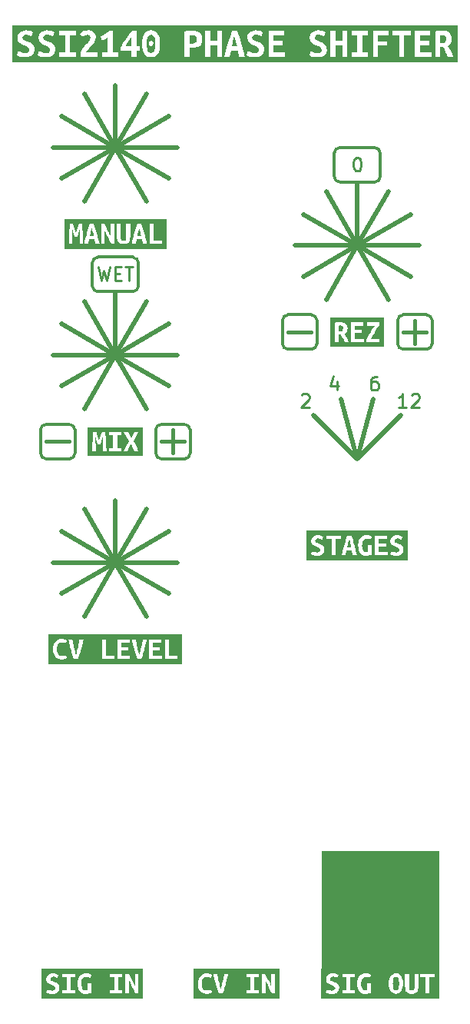
<source format=gto>
G04 #@! TF.GenerationSoftware,KiCad,Pcbnew,6.0.5+dfsg-1~bpo11+1*
G04 #@! TF.CreationDate,2022-10-14T00:14:09+00:00*
G04 #@! TF.ProjectId,SSI2140_Phase_Shifter_front_panel,53534932-3134-4305-9f50-686173655f53,0*
G04 #@! TF.SameCoordinates,Original*
G04 #@! TF.FileFunction,Legend,Top*
G04 #@! TF.FilePolarity,Positive*
%FSLAX46Y46*%
G04 Gerber Fmt 4.6, Leading zero omitted, Abs format (unit mm)*
G04 Created by KiCad (PCBNEW 6.0.5+dfsg-1~bpo11+1) date 2022-10-14 00:14:09*
%MOMM*%
%LPD*%
G01*
G04 APERTURE LIST*
%ADD10C,0.300000*%
%ADD11C,0.500000*%
%ADD12C,0.400000*%
%ADD13C,0.120000*%
%ADD14C,0.250000*%
%ADD15C,5.702000*%
G04 APERTURE END LIST*
D10*
X138430000Y-86995000D02*
G75*
G03*
X139065000Y-86360000I0J635000D01*
G01*
D11*
X157480000Y-63500000D02*
X163419202Y-60071000D01*
D12*
X162560000Y-73025000D02*
X165100000Y-73025000D01*
X123190000Y-85090000D02*
X125730000Y-85090000D01*
D10*
X162560000Y-71120000D02*
X165100000Y-71120000D01*
X132715000Y-68580000D02*
X128905001Y-68579999D01*
X128270001Y-67944999D02*
G75*
G03*
X128905001Y-68579999I634999J-1D01*
G01*
X135255000Y-86360000D02*
X135255000Y-83820000D01*
D11*
X130810000Y-52705000D02*
X124870798Y-49276000D01*
D10*
X126365000Y-83820000D02*
X126365000Y-86360000D01*
D11*
X130810000Y-98425000D02*
X124870798Y-94996000D01*
X157480000Y-86995000D02*
X159254981Y-80370681D01*
D12*
X149860000Y-73025000D02*
X152400000Y-73025000D01*
X135890000Y-85090000D02*
X138430000Y-85090000D01*
D10*
X149860000Y-71120000D02*
G75*
G03*
X149225000Y-71755000I0J-635000D01*
G01*
X162560000Y-71120000D02*
G75*
G03*
X161925000Y-71755000I0J-635000D01*
G01*
D11*
X130810000Y-98425000D02*
X130810000Y-91567000D01*
X130810000Y-98425000D02*
X136749202Y-94996000D01*
D10*
X125730000Y-86995000D02*
X123190000Y-86995000D01*
D11*
X130810000Y-52705000D02*
X127381000Y-58644202D01*
D10*
X165735000Y-71755000D02*
G75*
G03*
X165100000Y-71120000I-635000J0D01*
G01*
X135890000Y-83185000D02*
X138430000Y-83185000D01*
X128905000Y-64770000D02*
G75*
G03*
X128270000Y-65405000I0J-635000D01*
G01*
D11*
X130810000Y-75565000D02*
X136749202Y-78994000D01*
X157480000Y-63500000D02*
X150622000Y-63500000D01*
X157480000Y-63500000D02*
X154051000Y-69439202D01*
D10*
X161925000Y-74295000D02*
G75*
G03*
X162560000Y-74930000I635000J0D01*
G01*
X139065000Y-83820000D02*
G75*
G03*
X138430000Y-83185000I-635000J0D01*
G01*
X138430000Y-86995000D02*
X135890000Y-86995000D01*
D13*
X153568400Y-143154400D02*
X166471600Y-143154400D01*
X166471600Y-143154400D02*
X166471600Y-130175000D01*
X166471600Y-130175000D02*
X153568400Y-130175000D01*
X153568400Y-130175000D02*
X153568400Y-143154400D01*
G36*
X153568400Y-143154400D02*
G01*
X166471600Y-143154400D01*
X166471600Y-130175000D01*
X153568400Y-130175000D01*
X153568400Y-143154400D01*
G37*
D10*
X155575000Y-52705000D02*
X159385000Y-52705000D01*
D11*
X130810000Y-75565000D02*
X124870798Y-78994000D01*
D10*
X165735000Y-71755000D02*
X165735000Y-74295000D01*
D11*
X130810000Y-52705000D02*
X137668000Y-52705000D01*
X130810000Y-75565000D02*
X134239000Y-69625798D01*
D10*
X139065000Y-83820000D02*
X139065000Y-86360000D01*
D11*
X130810000Y-52705000D02*
X130810000Y-45847000D01*
D10*
X160020000Y-53340000D02*
X160020000Y-55880000D01*
X153035000Y-71755000D02*
G75*
G03*
X152400000Y-71120000I-635000J0D01*
G01*
D11*
X157480000Y-63500000D02*
X160909000Y-57560798D01*
X130810000Y-52705000D02*
X136749202Y-56134000D01*
D10*
X149225000Y-74295000D02*
G75*
G03*
X149860000Y-74930000I635000J0D01*
G01*
X149225000Y-74295000D02*
X149225000Y-71755000D01*
D11*
X130810000Y-52705000D02*
X123952000Y-52705000D01*
X130810000Y-98425000D02*
X127381000Y-92485798D01*
X130810000Y-52705000D02*
X124870798Y-56134000D01*
D10*
X153035000Y-71755000D02*
X153035000Y-74295000D01*
D11*
X157480000Y-86995000D02*
X162329338Y-82145662D01*
D10*
X165100000Y-74930000D02*
X162560000Y-74930000D01*
D11*
X130810000Y-75565000D02*
X123952000Y-75565000D01*
X157480000Y-63500000D02*
X151540798Y-66929000D01*
X130810000Y-75565000D02*
X127381000Y-69625798D01*
D10*
X128905000Y-64770000D02*
X132715000Y-64770000D01*
X135890000Y-83185000D02*
G75*
G03*
X135255000Y-83820000I0J-635000D01*
G01*
D11*
X157480000Y-63500000D02*
X157480000Y-56642000D01*
D10*
X123190000Y-83185000D02*
G75*
G03*
X122555000Y-83820000I0J-635000D01*
G01*
X154940001Y-55879999D02*
X154940001Y-53339999D01*
X132715000Y-68580000D02*
G75*
G03*
X133350000Y-67945000I0J635000D01*
G01*
D11*
X130810000Y-52705000D02*
X136749202Y-49276000D01*
D10*
X149860000Y-71120000D02*
X152400000Y-71120000D01*
X152400000Y-74930000D02*
G75*
G03*
X153035000Y-74295000I0J635000D01*
G01*
X155575000Y-52705000D02*
G75*
G03*
X154940000Y-53340000I0J-635000D01*
G01*
D12*
X163830000Y-74295000D02*
X163830000Y-71755000D01*
D11*
X130810000Y-98425000D02*
X127381000Y-104364202D01*
X130810000Y-75565000D02*
X137668000Y-75565000D01*
D10*
X154940001Y-55879999D02*
G75*
G03*
X155575001Y-56514999I634999J-1D01*
G01*
X160020000Y-53340000D02*
G75*
G03*
X159385000Y-52705000I-635000J0D01*
G01*
X128270001Y-67944999D02*
X128270001Y-65404999D01*
X133350000Y-65405000D02*
X133350000Y-67945000D01*
D11*
X130810000Y-75565000D02*
X124870798Y-72136000D01*
D10*
X122555000Y-86360000D02*
X122555000Y-83820000D01*
D11*
X130810000Y-98425000D02*
X123952000Y-98425000D01*
X157480000Y-86995000D02*
X155705019Y-80370681D01*
X130810000Y-75565000D02*
X136749202Y-72136000D01*
D10*
X152400000Y-74930000D02*
X149860000Y-74930000D01*
D11*
X130810000Y-98425000D02*
X137668000Y-98425000D01*
X157480000Y-63500000D02*
X154051000Y-57560798D01*
X157480000Y-86995000D02*
X152630662Y-82145662D01*
D10*
X133350000Y-65405000D02*
G75*
G03*
X132715000Y-64770000I-635000J0D01*
G01*
D11*
X130810000Y-75565000D02*
X134239000Y-81504202D01*
D10*
X125730000Y-86995000D02*
G75*
G03*
X126365000Y-86360000I0J635000D01*
G01*
D11*
X130810000Y-75565000D02*
X127381000Y-81504202D01*
X130810000Y-52705000D02*
X127381000Y-46765798D01*
D12*
X137160000Y-86360000D02*
X137160000Y-83820000D01*
D11*
X157480000Y-63500000D02*
X151540798Y-60071000D01*
D10*
X159385000Y-56515000D02*
X155575001Y-56514999D01*
D11*
X130810000Y-98425000D02*
X136749202Y-101854000D01*
X157480000Y-63500000D02*
X164338000Y-63500000D01*
X130810000Y-98425000D02*
X134239000Y-92485798D01*
X157480000Y-63500000D02*
X160909000Y-69439202D01*
D10*
X159385000Y-56515000D02*
G75*
G03*
X160020000Y-55880000I0J635000D01*
G01*
X126365000Y-83820000D02*
G75*
G03*
X125730000Y-83185000I-635000J0D01*
G01*
D11*
X157480000Y-63500000D02*
X163419202Y-66929000D01*
D10*
X161925000Y-74295000D02*
X161925000Y-71755000D01*
D11*
X130810000Y-98425000D02*
X134239000Y-104364202D01*
D10*
X123190000Y-83185000D02*
X125730000Y-83185000D01*
D11*
X130810000Y-52705000D02*
X134239000Y-58644202D01*
D10*
X165100000Y-74930000D02*
G75*
G03*
X165735000Y-74295000I0J635000D01*
G01*
X135255000Y-86360000D02*
G75*
G03*
X135890000Y-86995000I635000J0D01*
G01*
X122555000Y-86360000D02*
G75*
G03*
X123190000Y-86995000I635000J0D01*
G01*
D11*
X130810000Y-98425000D02*
X124870798Y-101854000D01*
X130810000Y-75565000D02*
X130810000Y-68707000D01*
X130810000Y-52705000D02*
X134239000Y-46765798D01*
D14*
X155225714Y-78418571D02*
X155225714Y-79418571D01*
X154868571Y-77847142D02*
X154511428Y-78918571D01*
X155440000Y-78918571D01*
X162909285Y-81323571D02*
X162052142Y-81323571D01*
X162480714Y-81323571D02*
X162480714Y-79823571D01*
X162337857Y-80037857D01*
X162195000Y-80180714D01*
X162052142Y-80252142D01*
X163480714Y-79966428D02*
X163552142Y-79895000D01*
X163695000Y-79823571D01*
X164052142Y-79823571D01*
X164195000Y-79895000D01*
X164266428Y-79966428D01*
X164337857Y-80109285D01*
X164337857Y-80252142D01*
X164266428Y-80466428D01*
X163409285Y-81323571D01*
X164337857Y-81323571D01*
X159670714Y-77918571D02*
X159385000Y-77918571D01*
X159242142Y-77990000D01*
X159170714Y-78061428D01*
X159027857Y-78275714D01*
X158956428Y-78561428D01*
X158956428Y-79132857D01*
X159027857Y-79275714D01*
X159099285Y-79347142D01*
X159242142Y-79418571D01*
X159527857Y-79418571D01*
X159670714Y-79347142D01*
X159742142Y-79275714D01*
X159813571Y-79132857D01*
X159813571Y-78775714D01*
X159742142Y-78632857D01*
X159670714Y-78561428D01*
X159527857Y-78490000D01*
X159242142Y-78490000D01*
X159099285Y-78561428D01*
X159027857Y-78632857D01*
X158956428Y-78775714D01*
X157408571Y-53788571D02*
X157551428Y-53788571D01*
X157694285Y-53860000D01*
X157765714Y-53931428D01*
X157837142Y-54074285D01*
X157908571Y-54360000D01*
X157908571Y-54717142D01*
X157837142Y-55002857D01*
X157765714Y-55145714D01*
X157694285Y-55217142D01*
X157551428Y-55288571D01*
X157408571Y-55288571D01*
X157265714Y-55217142D01*
X157194285Y-55145714D01*
X157122857Y-55002857D01*
X157051428Y-54717142D01*
X157051428Y-54360000D01*
X157122857Y-54074285D01*
X157194285Y-53931428D01*
X157265714Y-53860000D01*
X157408571Y-53788571D01*
X151336428Y-79966428D02*
X151407857Y-79895000D01*
X151550714Y-79823571D01*
X151907857Y-79823571D01*
X152050714Y-79895000D01*
X152122142Y-79966428D01*
X152193571Y-80109285D01*
X152193571Y-80252142D01*
X152122142Y-80466428D01*
X151265000Y-81323571D01*
X152193571Y-81323571D01*
X128917142Y-65853571D02*
X129274285Y-67353571D01*
X129560000Y-66282142D01*
X129845714Y-67353571D01*
X130202857Y-65853571D01*
X130774285Y-66567857D02*
X131274285Y-66567857D01*
X131488571Y-67353571D02*
X130774285Y-67353571D01*
X130774285Y-65853571D01*
X131488571Y-65853571D01*
X131917142Y-65853571D02*
X132774285Y-65853571D01*
X132345714Y-67353571D02*
X132345714Y-65853571D01*
G36*
X125168634Y-60613740D02*
G01*
X136451366Y-60613740D01*
X136451366Y-63846260D01*
X125168634Y-63846260D01*
X125168634Y-63288228D01*
X125681264Y-63288228D01*
X126075916Y-63288228D01*
X126058454Y-61608335D01*
X126313406Y-62523370D01*
X126627731Y-62523370D01*
X126893161Y-61608335D01*
X126872206Y-63288228D01*
X127266859Y-63288228D01*
X127378619Y-63288228D01*
X127825659Y-63288228D01*
X127923449Y-62788800D01*
X128499711Y-62788800D01*
X128600994Y-63288228D01*
X129062004Y-63288228D01*
X129254091Y-63288228D01*
X129641759Y-63288228D01*
X129641759Y-61852810D01*
X129771563Y-62092434D01*
X129895547Y-62331671D01*
X130013710Y-62570519D01*
X130126052Y-62809367D01*
X130232573Y-63048603D01*
X130333274Y-63288228D01*
X130679031Y-63288228D01*
X130679031Y-62505908D01*
X130975894Y-62505908D01*
X130984625Y-62685771D01*
X131010819Y-62848173D01*
X131057968Y-62990492D01*
X131129564Y-63110110D01*
X131354830Y-63276004D01*
X131513302Y-63319223D01*
X131705826Y-63333630D01*
X131901406Y-63319223D01*
X132016622Y-63288228D01*
X132617369Y-63288228D01*
X133064409Y-63288228D01*
X133162199Y-62788800D01*
X133738461Y-62788800D01*
X133839744Y-63288228D01*
X134300754Y-63288228D01*
X134580154Y-63288228D01*
X135938736Y-63288228D01*
X135938736Y-62931993D01*
X135013224Y-62931993D01*
X135013224Y-61126370D01*
X134580154Y-61126370D01*
X134580154Y-63288228D01*
X134300754Y-63288228D01*
X134243128Y-63043124D01*
X134184803Y-62805145D01*
X134125780Y-62574291D01*
X134066058Y-62350561D01*
X134005638Y-62133956D01*
X133929566Y-61871255D01*
X133853277Y-61615757D01*
X133776770Y-61367462D01*
X133700044Y-61126370D01*
X133232049Y-61126370D01*
X133158051Y-61365497D01*
X133082744Y-61611391D01*
X133006128Y-61864051D01*
X132928201Y-62123479D01*
X132865476Y-62338268D01*
X132803030Y-62562137D01*
X132740864Y-62795087D01*
X132678976Y-63037117D01*
X132617369Y-63288228D01*
X132016622Y-63288228D01*
X132062061Y-63276004D01*
X132191284Y-63205717D01*
X132292566Y-63110110D01*
X132366782Y-62990492D01*
X132414804Y-62848173D01*
X132440998Y-62685771D01*
X132449729Y-62505908D01*
X132449729Y-61126370D01*
X132020151Y-61126370D01*
X132020151Y-62474475D01*
X132006181Y-62703234D01*
X131957286Y-62853411D01*
X131862989Y-62935485D01*
X131712811Y-62959933D01*
X131562634Y-62935485D01*
X131470083Y-62855158D01*
X131422934Y-62706726D01*
X131408964Y-62477968D01*
X131408964Y-61126370D01*
X130975894Y-61126370D01*
X130975894Y-62505908D01*
X130679031Y-62505908D01*
X130679031Y-61126370D01*
X130291364Y-61126370D01*
X130291364Y-62457013D01*
X130229808Y-62320805D01*
X130156902Y-62163642D01*
X130074829Y-61993383D01*
X129985770Y-61817885D01*
X129891909Y-61639331D01*
X129795429Y-61459904D01*
X129697639Y-61286588D01*
X129599849Y-61126370D01*
X129254091Y-61126370D01*
X129254091Y-63288228D01*
X129062004Y-63288228D01*
X129004377Y-63043124D01*
X128946053Y-62805145D01*
X128887029Y-62574291D01*
X128827308Y-62350561D01*
X128766887Y-62133956D01*
X128690816Y-61871255D01*
X128614527Y-61615757D01*
X128538020Y-61367462D01*
X128461294Y-61126370D01*
X127993299Y-61126370D01*
X127919301Y-61365497D01*
X127843994Y-61611391D01*
X127767378Y-61864051D01*
X127689451Y-62123479D01*
X127626726Y-62338268D01*
X127564280Y-62562137D01*
X127502114Y-62795087D01*
X127440226Y-63037117D01*
X127378619Y-63288228D01*
X127266859Y-63288228D01*
X127259001Y-63011883D01*
X127249396Y-62741651D01*
X127237609Y-62475348D01*
X127223202Y-62210791D01*
X127205740Y-61945798D01*
X127184785Y-61678185D01*
X127161647Y-61405770D01*
X127137636Y-61126370D01*
X126781401Y-61126370D01*
X126718536Y-61311472D01*
X126641701Y-61550709D01*
X126554389Y-61816139D01*
X126467076Y-62083315D01*
X126386749Y-61831855D01*
X126302929Y-61562932D01*
X126224347Y-61314965D01*
X126163229Y-61126370D01*
X125806994Y-61126370D01*
X125783856Y-61362987D01*
X125763337Y-61618812D01*
X125745438Y-61888608D01*
X125730159Y-62167135D01*
X125716625Y-62450901D01*
X125703965Y-62736413D01*
X125692178Y-63017559D01*
X125681264Y-63288228D01*
X125168634Y-63288228D01*
X125168634Y-60613740D01*
G37*
G36*
X128281430Y-61777721D02*
G01*
X128337310Y-61994256D01*
X128384459Y-62209045D01*
X128426369Y-62432565D01*
X128003776Y-62432565D01*
X128047432Y-62209045D01*
X128096327Y-61994256D01*
X128152207Y-61777721D01*
X128216819Y-61545470D01*
X128281430Y-61777721D01*
G37*
G36*
X133520180Y-61777721D02*
G01*
X133576060Y-61994256D01*
X133623209Y-62209045D01*
X133665119Y-62432565D01*
X133242526Y-62432565D01*
X133286183Y-62209045D01*
X133335078Y-61994256D01*
X133390958Y-61777721D01*
X133455569Y-61545470D01*
X133520180Y-61777721D01*
G37*
G36*
X133882633Y-83496441D02*
G01*
X133882633Y-86683559D01*
X127737367Y-86683559D01*
X127737367Y-86170929D01*
X128249997Y-86170929D01*
X128644650Y-86170929D01*
X128627187Y-84491036D01*
X128882140Y-85406071D01*
X129196465Y-85406071D01*
X129461895Y-84491036D01*
X129440940Y-86170929D01*
X129835592Y-86170929D01*
X130104515Y-86170929D01*
X131477068Y-86170929D01*
X131700588Y-86170929D01*
X132165090Y-86170929D01*
X132245418Y-85981897D01*
X132339715Y-85771038D01*
X132440998Y-85553193D01*
X132542280Y-85343206D01*
X132644872Y-85559741D01*
X132743099Y-85776276D01*
X132831721Y-85983207D01*
X132905500Y-86170929D01*
X133370003Y-86170929D01*
X133275705Y-85942170D01*
X133211530Y-85802470D01*
X133137751Y-85652293D01*
X133056114Y-85494693D01*
X132968365Y-85332729D01*
X132876687Y-85172074D01*
X132783263Y-85018404D01*
X133335078Y-84009071D01*
X132902007Y-84009071D01*
X132542280Y-84700586D01*
X132200015Y-84009071D01*
X131735513Y-84009071D01*
X132301298Y-85028881D01*
X132215731Y-85182115D01*
X132126673Y-85341460D01*
X132038050Y-85501678D01*
X131953794Y-85657531D01*
X131875213Y-85805963D01*
X131803616Y-85943916D01*
X131700588Y-86170929D01*
X131477068Y-86170929D01*
X131477068Y-85814694D01*
X131009073Y-85814694D01*
X131009073Y-84365306D01*
X131477068Y-84365306D01*
X131477068Y-84009071D01*
X130104515Y-84009071D01*
X130104515Y-84365306D01*
X130576002Y-84365306D01*
X130576002Y-85814694D01*
X130104515Y-85814694D01*
X130104515Y-86170929D01*
X129835592Y-86170929D01*
X129827734Y-85894585D01*
X129818130Y-85624353D01*
X129806343Y-85358049D01*
X129791936Y-85093493D01*
X129774474Y-84828499D01*
X129753519Y-84560886D01*
X129730381Y-84288471D01*
X129706370Y-84009071D01*
X129350135Y-84009071D01*
X129287270Y-84194174D01*
X129210435Y-84433410D01*
X129123122Y-84698840D01*
X129035810Y-84966016D01*
X128955482Y-84714556D01*
X128871662Y-84445634D01*
X128793081Y-84197666D01*
X128731962Y-84009071D01*
X128375727Y-84009071D01*
X128352590Y-84245688D01*
X128332071Y-84501514D01*
X128314172Y-84771309D01*
X128298892Y-85049836D01*
X128285359Y-85333602D01*
X128272699Y-85619114D01*
X128260912Y-85900260D01*
X128249997Y-86170929D01*
X127737367Y-86170929D01*
X127737367Y-83496441D01*
X133882633Y-83496441D01*
G37*
G36*
X139394221Y-143139292D02*
G01*
X148895779Y-143139292D01*
X148895779Y-146420708D01*
X139394221Y-146420708D01*
X139394221Y-144780000D01*
X139906851Y-144780000D01*
X139921913Y-145035171D01*
X139967097Y-145259346D01*
X140042404Y-145452525D01*
X140147834Y-145614708D01*
X140332548Y-145777691D01*
X140565382Y-145875481D01*
X140846334Y-145908078D01*
X141037112Y-145896290D01*
X141204315Y-145860929D01*
X141450536Y-145757900D01*
X141342269Y-145419128D01*
X141165897Y-145495963D01*
X140888244Y-145534380D01*
X140638967Y-145485048D01*
X140470890Y-145337054D01*
X140400070Y-145186294D01*
X140357578Y-144997117D01*
X140343414Y-144769522D01*
X140355201Y-144573942D01*
X140390562Y-144413287D01*
X140512800Y-144184529D01*
X140683932Y-144062291D01*
X140881259Y-144025620D01*
X141141450Y-144062291D01*
X141335284Y-144151350D01*
X141447044Y-143809085D01*
X141375447Y-143767175D01*
X141258449Y-143714787D01*
X141206480Y-143700817D01*
X141604206Y-143700817D01*
X141644370Y-143896397D01*
X141701996Y-144140872D01*
X141748175Y-144323841D01*
X141798234Y-144514182D01*
X141852174Y-144711896D01*
X141909218Y-144913491D01*
X141968590Y-145115474D01*
X142030291Y-145317845D01*
X142121969Y-145605976D01*
X142208409Y-145862675D01*
X142651956Y-145862675D01*
X145239899Y-145862675D01*
X146612451Y-145862675D01*
X146958209Y-145862675D01*
X147345876Y-145862675D01*
X147345876Y-144427257D01*
X147475681Y-144666882D01*
X147599665Y-144906118D01*
X147717828Y-145144966D01*
X147830170Y-145383814D01*
X147936691Y-145623051D01*
X148037391Y-145862675D01*
X148383149Y-145862675D01*
X148383149Y-143700817D01*
X147995481Y-143700817D01*
X147995481Y-145031460D01*
X147933926Y-144895253D01*
X147861020Y-144738090D01*
X147778946Y-144567831D01*
X147689888Y-144392332D01*
X147596027Y-144213778D01*
X147499546Y-144034351D01*
X147401756Y-143861036D01*
X147303966Y-143700817D01*
X146958209Y-143700817D01*
X146958209Y-145862675D01*
X146612451Y-145862675D01*
X146612451Y-145506440D01*
X146144456Y-145506440D01*
X146144456Y-144057052D01*
X146612451Y-144057052D01*
X146612451Y-143700817D01*
X145239899Y-143700817D01*
X145239899Y-144057052D01*
X145711386Y-144057052D01*
X145711386Y-145506440D01*
X145239899Y-145506440D01*
X145239899Y-145862675D01*
X142651956Y-145862675D01*
X142718702Y-145676602D01*
X142783895Y-145486261D01*
X142847536Y-145291651D01*
X142908655Y-145096071D01*
X142966281Y-144902820D01*
X143020415Y-144711896D01*
X143094631Y-144433806D01*
X143160115Y-144168812D01*
X143216432Y-143922591D01*
X143263144Y-143700817D01*
X142812611Y-143700817D01*
X142781179Y-143882427D01*
X142742761Y-144091977D01*
X142699105Y-144318553D01*
X142651956Y-144551241D01*
X142601315Y-144785239D01*
X142547181Y-145015744D01*
X142491301Y-145231842D01*
X142435421Y-145422620D01*
X142379105Y-145229223D01*
X142321915Y-145012251D01*
X142266035Y-144781746D01*
X142213647Y-144547749D01*
X142165189Y-144315497D01*
X142121096Y-144090231D01*
X142084425Y-143881991D01*
X142058231Y-143700817D01*
X141604206Y-143700817D01*
X141206480Y-143700817D01*
X141096047Y-143671131D01*
X140888244Y-143651922D01*
X140683496Y-143670695D01*
X140495337Y-143727011D01*
X140327697Y-143819562D01*
X140184505Y-143947039D01*
X140067943Y-144108130D01*
X139980194Y-144301527D01*
X139925187Y-144525921D01*
X139906851Y-144780000D01*
X139394221Y-144780000D01*
X139394221Y-143139292D01*
G37*
G36*
X155748593Y-72325627D02*
G01*
X155869957Y-72385872D01*
X155948539Y-72488901D01*
X155974732Y-72637332D01*
X155876942Y-72880061D01*
X155748593Y-72944236D01*
X155559125Y-72965627D01*
X155464828Y-72965627D01*
X155464828Y-72316022D01*
X155534677Y-72307291D01*
X155594050Y-72305545D01*
X155748593Y-72325627D01*
G37*
G36*
X154522620Y-71419217D02*
G01*
X160437380Y-71419217D01*
X160437380Y-74630783D01*
X154522620Y-74630783D01*
X154522620Y-74118153D01*
X155035250Y-74118153D01*
X155464828Y-74118153D01*
X155464828Y-73321863D01*
X155688347Y-73321863D01*
X155806656Y-73519625D01*
X155917106Y-73714769D01*
X156017079Y-73912532D01*
X156103955Y-74118153D01*
X156554487Y-74118153D01*
X156812932Y-74118153D01*
X158199455Y-74118153D01*
X158499810Y-74118153D01*
X159924750Y-74118153D01*
X159924750Y-73761918D01*
X158995745Y-73761918D01*
X159085240Y-73596460D01*
X159179101Y-73428384D01*
X159278201Y-73255505D01*
X159383413Y-73075641D01*
X159496046Y-72887483D01*
X159617410Y-72689720D01*
X159749252Y-72480170D01*
X159893318Y-72256650D01*
X159893318Y-71956295D01*
X158545213Y-71956295D01*
X158545213Y-72312530D01*
X159376428Y-72312530D01*
X159229306Y-72561371D01*
X159095281Y-72791002D01*
X158972607Y-73003172D01*
X158859538Y-73199625D01*
X158756509Y-73382545D01*
X158663958Y-73554114D01*
X158579264Y-73716078D01*
X158499810Y-73870185D01*
X158499810Y-74118153D01*
X158199455Y-74118153D01*
X158199455Y-73761918D01*
X157242510Y-73761918D01*
X157242510Y-73154222D01*
X158007368Y-73154222D01*
X158007368Y-72797987D01*
X157242510Y-72797987D01*
X157242510Y-72312530D01*
X158122620Y-72312530D01*
X158122620Y-71956295D01*
X156812932Y-71956295D01*
X156812932Y-74118153D01*
X156554487Y-74118153D01*
X156454951Y-73889394D01*
X156334460Y-73648411D01*
X156205237Y-73417906D01*
X156079507Y-73217088D01*
X156232304Y-73118424D01*
X156334460Y-72983090D01*
X156392086Y-72820689D01*
X156411295Y-72640825D01*
X156396888Y-72471002D01*
X156353669Y-72324754D01*
X156187775Y-72102980D01*
X156069030Y-72027018D01*
X155929330Y-71973757D01*
X155770421Y-71942325D01*
X155594050Y-71931847D01*
X155471812Y-71935340D01*
X155325127Y-71944071D01*
X155173204Y-71961534D01*
X155035250Y-71987727D01*
X155035250Y-74118153D01*
X154522620Y-74118153D01*
X154522620Y-71419217D01*
G37*
G36*
X156667994Y-96092169D02*
G01*
X156723874Y-96308704D01*
X156771022Y-96523493D01*
X156812932Y-96747013D01*
X156390340Y-96747013D01*
X156433996Y-96523493D01*
X156482891Y-96308704D01*
X156538771Y-96092169D01*
X156603382Y-95859917D01*
X156667994Y-96092169D01*
G37*
G36*
X151868320Y-94879292D02*
G01*
X163091680Y-94879292D01*
X163091680Y-98160708D01*
X151868320Y-98160708D01*
X151868320Y-97483930D01*
X152380950Y-97483930D01*
X152621932Y-97590451D01*
X152809654Y-97633671D01*
X153051510Y-97648078D01*
X153296567Y-97629645D01*
X153496222Y-97574347D01*
X153650474Y-97482184D01*
X153798468Y-97281802D01*
X153847800Y-97012443D01*
X153832957Y-96849605D01*
X153788427Y-96717326D01*
X153636504Y-96521746D01*
X153433939Y-96396016D01*
X153222642Y-96310450D01*
X153088181Y-96258062D01*
X152965944Y-96193451D01*
X152876885Y-96109631D01*
X152841960Y-95999618D01*
X152879989Y-95861858D01*
X152994078Y-95779202D01*
X153184225Y-95751650D01*
X153430446Y-95786575D01*
X153624280Y-95870395D01*
X153652073Y-95797052D01*
X154074812Y-95797052D01*
X154644090Y-95797052D01*
X154644090Y-97602675D01*
X155077160Y-97602675D01*
X155765182Y-97602675D01*
X156212222Y-97602675D01*
X156310012Y-97103248D01*
X156886275Y-97103248D01*
X156987557Y-97602675D01*
X157448567Y-97602675D01*
X157390941Y-97357571D01*
X157332616Y-97119592D01*
X157273593Y-96888738D01*
X157213871Y-96665009D01*
X157173422Y-96520000D01*
X157574298Y-96520000D01*
X157590014Y-96782374D01*
X157637163Y-97010696D01*
X157713124Y-97204530D01*
X157815280Y-97363439D01*
X157942320Y-97487423D01*
X158092934Y-97576481D01*
X158265376Y-97630178D01*
X158457900Y-97648078D01*
X158671379Y-97639346D01*
X158850806Y-97613153D01*
X158890681Y-97602675D01*
X159446278Y-97602675D01*
X160832800Y-97602675D01*
X160832800Y-97483930D01*
X161112200Y-97483930D01*
X161353183Y-97590451D01*
X161540904Y-97633671D01*
X161782760Y-97648078D01*
X162027817Y-97629645D01*
X162227472Y-97574347D01*
X162381724Y-97482184D01*
X162529718Y-97281802D01*
X162579050Y-97012443D01*
X162564207Y-96849605D01*
X162519678Y-96717326D01*
X162367754Y-96521746D01*
X162165189Y-96396016D01*
X161953893Y-96310450D01*
X161819431Y-96258062D01*
X161697194Y-96193451D01*
X161608135Y-96109631D01*
X161573210Y-95999618D01*
X161611239Y-95861858D01*
X161725328Y-95779202D01*
X161915475Y-95751650D01*
X162161696Y-95786575D01*
X162355530Y-95870395D01*
X162481260Y-95538607D01*
X162231546Y-95437325D01*
X162070455Y-95403273D01*
X161884043Y-95391922D01*
X161670030Y-95410937D01*
X161489002Y-95467981D01*
X161340959Y-95563055D01*
X161192964Y-95767366D01*
X161143633Y-96038035D01*
X161199513Y-96294734D01*
X161340959Y-96467612D01*
X161531300Y-96582865D01*
X161733865Y-96663193D01*
X161880550Y-96724311D01*
X162013265Y-96797654D01*
X162111055Y-96890205D01*
X162149473Y-97008950D01*
X162133756Y-97111979D01*
X162076130Y-97202784D01*
X161962624Y-97265649D01*
X161782760Y-97288350D01*
X161608572Y-97276126D01*
X161463196Y-97239455D01*
X161237930Y-97134680D01*
X161112200Y-97483930D01*
X160832800Y-97483930D01*
X160832800Y-97246440D01*
X159875855Y-97246440D01*
X159875855Y-96638745D01*
X160640713Y-96638745D01*
X160640713Y-96282510D01*
X159875855Y-96282510D01*
X159875855Y-95797052D01*
X160755965Y-95797052D01*
X160755965Y-95440817D01*
X159446278Y-95440817D01*
X159446278Y-97602675D01*
X158890681Y-97602675D01*
X159090043Y-97550288D01*
X159090043Y-96471105D01*
X158660465Y-96471105D01*
X158660465Y-97260410D01*
X158576645Y-97270888D01*
X158492825Y-97274380D01*
X158284148Y-97228541D01*
X158133098Y-97091024D01*
X158065188Y-96946085D01*
X158024442Y-96755744D01*
X158010860Y-96520000D01*
X158018282Y-96359782D01*
X158040546Y-96214406D01*
X158138336Y-95976916D01*
X158311215Y-95821500D01*
X158569660Y-95765620D01*
X158800165Y-95804037D01*
X158988760Y-95891350D01*
X159100520Y-95549085D01*
X159028924Y-95507175D01*
X158908433Y-95454787D01*
X158735554Y-95411131D01*
X158510288Y-95391922D01*
X158320819Y-95409822D01*
X158143575Y-95463519D01*
X157983793Y-95553014D01*
X157846713Y-95678307D01*
X157734079Y-95838526D01*
X157647640Y-96032796D01*
X157592633Y-96260245D01*
X157574298Y-96520000D01*
X157173422Y-96520000D01*
X157153451Y-96448404D01*
X157077380Y-96185702D01*
X157001091Y-95930204D01*
X156924583Y-95681909D01*
X156847857Y-95440817D01*
X156379862Y-95440817D01*
X156305865Y-95679945D01*
X156230558Y-95925838D01*
X156153941Y-96178499D01*
X156076015Y-96437926D01*
X156013290Y-96652715D01*
X155950844Y-96876584D01*
X155888677Y-97109534D01*
X155826790Y-97351564D01*
X155765182Y-97602675D01*
X155077160Y-97602675D01*
X155077160Y-95797052D01*
X155646437Y-95797052D01*
X155646437Y-95440817D01*
X154074812Y-95440817D01*
X154074812Y-95797052D01*
X153652073Y-95797052D01*
X153750010Y-95538607D01*
X153500296Y-95437325D01*
X153339205Y-95403273D01*
X153152792Y-95391922D01*
X152938780Y-95410937D01*
X152757752Y-95467981D01*
X152609709Y-95563055D01*
X152461714Y-95767366D01*
X152412382Y-96038035D01*
X152468262Y-96294734D01*
X152609709Y-96467612D01*
X152800050Y-96582865D01*
X153002615Y-96663193D01*
X153149300Y-96724311D01*
X153282015Y-96797654D01*
X153379805Y-96890205D01*
X153418222Y-97008950D01*
X153402506Y-97111979D01*
X153344880Y-97202784D01*
X153231374Y-97265649D01*
X153051510Y-97288350D01*
X152877322Y-97276126D01*
X152731946Y-97239455D01*
X152506680Y-97134680D01*
X152380950Y-97483930D01*
X151868320Y-97483930D01*
X151868320Y-94879292D01*
G37*
G36*
X123429369Y-109590708D02*
G01*
X123429369Y-107950000D01*
X123941999Y-107950000D01*
X123957060Y-108205171D01*
X124002244Y-108429346D01*
X124077551Y-108622525D01*
X124182981Y-108784708D01*
X124367696Y-108947691D01*
X124600529Y-109045481D01*
X124881481Y-109078078D01*
X125072259Y-109066290D01*
X125239462Y-109030929D01*
X125485684Y-108927900D01*
X125377416Y-108589128D01*
X125201045Y-108665963D01*
X124923391Y-108704380D01*
X124674114Y-108655048D01*
X124506037Y-108507054D01*
X124435217Y-108356294D01*
X124392725Y-108167117D01*
X124378561Y-107939522D01*
X124390348Y-107743942D01*
X124425710Y-107583287D01*
X124547947Y-107354529D01*
X124719080Y-107232291D01*
X124916406Y-107195620D01*
X125176597Y-107232291D01*
X125370431Y-107321350D01*
X125482191Y-106979085D01*
X125410595Y-106937175D01*
X125293596Y-106884787D01*
X125241627Y-106870817D01*
X125639354Y-106870817D01*
X125679517Y-107066397D01*
X125737144Y-107310872D01*
X125783322Y-107493841D01*
X125833382Y-107684182D01*
X125887321Y-107881896D01*
X125944365Y-108083491D01*
X126003738Y-108285474D01*
X126065439Y-108487845D01*
X126157117Y-108775976D01*
X126243556Y-109032675D01*
X126687104Y-109032675D01*
X129334419Y-109032675D01*
X130693001Y-109032675D01*
X131052729Y-109032675D01*
X132439251Y-109032675D01*
X132439251Y-108676440D01*
X131482306Y-108676440D01*
X131482306Y-108068745D01*
X132247164Y-108068745D01*
X132247164Y-107712510D01*
X131482306Y-107712510D01*
X131482306Y-107227052D01*
X132362416Y-107227052D01*
X132362416Y-106870817D01*
X132624354Y-106870817D01*
X132664518Y-107066397D01*
X132722144Y-107310872D01*
X132768322Y-107493841D01*
X132818382Y-107684182D01*
X132872321Y-107881896D01*
X132929365Y-108083491D01*
X132988738Y-108285474D01*
X133050439Y-108487845D01*
X133142117Y-108775976D01*
X133228556Y-109032675D01*
X133672104Y-109032675D01*
X134545229Y-109032675D01*
X135931751Y-109032675D01*
X136319419Y-109032675D01*
X137678001Y-109032675D01*
X137678001Y-108676440D01*
X136752489Y-108676440D01*
X136752489Y-106870817D01*
X136319419Y-106870817D01*
X136319419Y-109032675D01*
X135931751Y-109032675D01*
X135931751Y-108676440D01*
X134974806Y-108676440D01*
X134974806Y-108068745D01*
X135739664Y-108068745D01*
X135739664Y-107712510D01*
X134974806Y-107712510D01*
X134974806Y-107227052D01*
X135854916Y-107227052D01*
X135854916Y-106870817D01*
X134545229Y-106870817D01*
X134545229Y-109032675D01*
X133672104Y-109032675D01*
X133738849Y-108846602D01*
X133804043Y-108656261D01*
X133867684Y-108461651D01*
X133928803Y-108266071D01*
X133986429Y-108072820D01*
X134040563Y-107881896D01*
X134114778Y-107603806D01*
X134180263Y-107338812D01*
X134236579Y-107092591D01*
X134283291Y-106870817D01*
X133832759Y-106870817D01*
X133801326Y-107052427D01*
X133762909Y-107261977D01*
X133719253Y-107488553D01*
X133672104Y-107721241D01*
X133621463Y-107955239D01*
X133567329Y-108185744D01*
X133511449Y-108401842D01*
X133455569Y-108592620D01*
X133399252Y-108399223D01*
X133342063Y-108182251D01*
X133286183Y-107951746D01*
X133233795Y-107717749D01*
X133185337Y-107485497D01*
X133141244Y-107260231D01*
X133104573Y-107051991D01*
X133078379Y-106870817D01*
X132624354Y-106870817D01*
X132362416Y-106870817D01*
X131052729Y-106870817D01*
X131052729Y-109032675D01*
X130693001Y-109032675D01*
X130693001Y-108676440D01*
X129767489Y-108676440D01*
X129767489Y-106870817D01*
X129334419Y-106870817D01*
X129334419Y-109032675D01*
X126687104Y-109032675D01*
X126753849Y-108846602D01*
X126819043Y-108656261D01*
X126882684Y-108461651D01*
X126943802Y-108266071D01*
X127001429Y-108072820D01*
X127055562Y-107881896D01*
X127129778Y-107603806D01*
X127195262Y-107338812D01*
X127251579Y-107092591D01*
X127298291Y-106870817D01*
X126847759Y-106870817D01*
X126816326Y-107052427D01*
X126777909Y-107261977D01*
X126734252Y-107488553D01*
X126687104Y-107721241D01*
X126636462Y-107955239D01*
X126582329Y-108185744D01*
X126526449Y-108401842D01*
X126470569Y-108592620D01*
X126414252Y-108399223D01*
X126357062Y-108182251D01*
X126301182Y-107951746D01*
X126248795Y-107717749D01*
X126200337Y-107485497D01*
X126156244Y-107260231D01*
X126119572Y-107051991D01*
X126093379Y-106870817D01*
X125639354Y-106870817D01*
X125241627Y-106870817D01*
X125131195Y-106841131D01*
X124923391Y-106821922D01*
X124718643Y-106840695D01*
X124530485Y-106897011D01*
X124362845Y-106989562D01*
X124219652Y-107117039D01*
X124103090Y-107278130D01*
X124015341Y-107471527D01*
X123960334Y-107695921D01*
X123941999Y-107950000D01*
X123429369Y-107950000D01*
X123429369Y-106309292D01*
X138190631Y-106309292D01*
X138190631Y-109590708D01*
X123429369Y-109590708D01*
G37*
G36*
X119453078Y-39275359D02*
G01*
X168582922Y-39275359D01*
X168582922Y-43274641D01*
X119453078Y-43274641D01*
X119453078Y-42545635D01*
X119965708Y-42545635D01*
X120283367Y-42686049D01*
X120530818Y-42743021D01*
X120849628Y-42762011D01*
X121172658Y-42737714D01*
X121435839Y-42664821D01*
X121635318Y-42545635D01*
X122267583Y-42545635D01*
X122585242Y-42686049D01*
X122832693Y-42743021D01*
X123151503Y-42762011D01*
X123474533Y-42737714D01*
X123602890Y-42702163D01*
X124633911Y-42702163D01*
X126443184Y-42702163D01*
X126443184Y-42232580D01*
X125826282Y-42232580D01*
X125826282Y-40322024D01*
X126443184Y-40322024D01*
X126443184Y-40165496D01*
X126885144Y-40165496D01*
X127165973Y-40561419D01*
X127456009Y-40345042D01*
X127736838Y-40280590D01*
X128003856Y-40374967D01*
X128109742Y-40644286D01*
X128024572Y-40888285D01*
X127808196Y-41136887D01*
X127672386Y-41268670D01*
X127527367Y-41406207D01*
X127382349Y-41552376D01*
X127246539Y-41710054D01*
X127126841Y-41880969D01*
X127030162Y-42066845D01*
X126966285Y-42269410D01*
X126944993Y-42490390D01*
X126942691Y-42587069D01*
X126954201Y-42702163D01*
X128814116Y-42702163D01*
X128814116Y-42232580D01*
X127589518Y-42232580D01*
X127637857Y-42080656D01*
X127755253Y-41917223D01*
X127902573Y-41760696D01*
X128040686Y-41629489D01*
X128275477Y-41399301D01*
X128482646Y-41150699D01*
X128629966Y-40885983D01*
X128685211Y-40602852D01*
X128652896Y-40446325D01*
X129210038Y-40446325D01*
X129394188Y-40915907D01*
X129675017Y-40803116D01*
X129969657Y-40639682D01*
X129969657Y-42232580D01*
X129371169Y-42232580D01*
X129371169Y-42702163D01*
X131102179Y-42702163D01*
X131102179Y-42232580D01*
X130535918Y-42232580D01*
X130535918Y-42030015D01*
X131415234Y-42030015D01*
X132603002Y-42030015D01*
X132603002Y-42702163D01*
X133169263Y-42702163D01*
X133169263Y-42030015D01*
X133477714Y-42030015D01*
X133477714Y-41565036D01*
X133169263Y-41565036D01*
X133169263Y-41270396D01*
X133753939Y-41270396D01*
X133769765Y-41623734D01*
X133817241Y-41928733D01*
X133896368Y-42185392D01*
X134007146Y-42393711D01*
X134201526Y-42598322D01*
X134447060Y-42721089D01*
X134743746Y-42762011D01*
X135040432Y-42721089D01*
X135078284Y-42702163D01*
X138445161Y-42702163D01*
X139011422Y-42702163D01*
X140705602Y-42702163D01*
X141271863Y-42702163D01*
X141271863Y-41445339D01*
X142026878Y-41445339D01*
X142026878Y-42702163D01*
X142593139Y-42702163D01*
X142841742Y-42702163D01*
X143431022Y-42702163D01*
X143559927Y-42043826D01*
X144319546Y-42043826D01*
X144453054Y-42702163D01*
X145060749Y-42702163D01*
X145023948Y-42545635D01*
X145286333Y-42545635D01*
X145603992Y-42686049D01*
X145851443Y-42743021D01*
X146170253Y-42762011D01*
X146493283Y-42737714D01*
X146621640Y-42702163D01*
X147694094Y-42702163D01*
X149521783Y-42702163D01*
X149521783Y-42545635D01*
X152191958Y-42545635D01*
X152509617Y-42686049D01*
X152757068Y-42743021D01*
X153075878Y-42762011D01*
X153398908Y-42737714D01*
X153527265Y-42702163D01*
X154516852Y-42702163D01*
X155083113Y-42702163D01*
X155083113Y-41445339D01*
X155838128Y-41445339D01*
X155838128Y-42702163D01*
X156404389Y-42702163D01*
X156860161Y-42702163D01*
X158669434Y-42702163D01*
X159203469Y-42702163D01*
X159769731Y-42702163D01*
X159769731Y-41482169D01*
X160800971Y-41482169D01*
X160800971Y-41012586D01*
X159769731Y-41012586D01*
X159769731Y-40322024D01*
X160948291Y-40322024D01*
X161330402Y-40322024D01*
X162080813Y-40322024D01*
X162080813Y-42702163D01*
X162651678Y-42702163D01*
X163807219Y-42702163D01*
X165634908Y-42702163D01*
X166067661Y-42702163D01*
X166633922Y-42702163D01*
X166633922Y-41652508D01*
X166928562Y-41652508D01*
X167084514Y-41913195D01*
X167230108Y-42170429D01*
X167361890Y-42431117D01*
X167476408Y-42702163D01*
X168070292Y-42702163D01*
X167939085Y-42400617D01*
X167780256Y-42082958D01*
X167609917Y-41779111D01*
X167444182Y-41514395D01*
X167645596Y-41384339D01*
X167780256Y-41205944D01*
X167856218Y-40991869D01*
X167881538Y-40754776D01*
X167862548Y-40530919D01*
X167805576Y-40338137D01*
X167586898Y-40045799D01*
X167430371Y-39945667D01*
X167246221Y-39875460D01*
X167036750Y-39834026D01*
X166804261Y-39820215D01*
X166643129Y-39824819D01*
X166449772Y-39836328D01*
X166249509Y-39859347D01*
X166067661Y-39893875D01*
X166067661Y-42702163D01*
X165634908Y-42702163D01*
X165634908Y-42232580D01*
X164373481Y-42232580D01*
X164373481Y-41431528D01*
X165381702Y-41431528D01*
X165381702Y-40961945D01*
X164373481Y-40961945D01*
X164373481Y-40322024D01*
X165533626Y-40322024D01*
X165533626Y-39852441D01*
X163807219Y-39852441D01*
X163807219Y-42702163D01*
X162651678Y-42702163D01*
X162651678Y-40322024D01*
X163402089Y-40322024D01*
X163402089Y-39852441D01*
X161330402Y-39852441D01*
X161330402Y-40322024D01*
X160948291Y-40322024D01*
X160948291Y-39852441D01*
X159203469Y-39852441D01*
X159203469Y-42702163D01*
X158669434Y-42702163D01*
X158669434Y-42232580D01*
X158052532Y-42232580D01*
X158052532Y-40322024D01*
X158669434Y-40322024D01*
X158669434Y-39852441D01*
X156860161Y-39852441D01*
X156860161Y-40322024D01*
X157481667Y-40322024D01*
X157481667Y-42232580D01*
X156860161Y-42232580D01*
X156860161Y-42702163D01*
X156404389Y-42702163D01*
X156404389Y-39852441D01*
X155838128Y-39852441D01*
X155838128Y-40975756D01*
X155083113Y-40975756D01*
X155083113Y-39852441D01*
X154516852Y-39852441D01*
X154516852Y-42702163D01*
X153527265Y-42702163D01*
X153662089Y-42664821D01*
X153865421Y-42543333D01*
X154060505Y-42279193D01*
X154125533Y-41924129D01*
X154105967Y-41709479D01*
X154047269Y-41535112D01*
X153847006Y-41277302D01*
X153579989Y-41111567D01*
X153301462Y-40998775D01*
X153124218Y-40929719D01*
X152963086Y-40844549D01*
X152845691Y-40734059D01*
X152799653Y-40589041D01*
X152849783Y-40407449D01*
X153000172Y-40298493D01*
X153250821Y-40262175D01*
X153575385Y-40308212D01*
X153830893Y-40418702D01*
X153996628Y-39981346D01*
X153667460Y-39847837D01*
X153455112Y-39802951D01*
X153209387Y-39787989D01*
X152927279Y-39813054D01*
X152688652Y-39888248D01*
X152493504Y-40013572D01*
X152298420Y-40282892D01*
X152233392Y-40639682D01*
X152307052Y-40978058D01*
X152493504Y-41205944D01*
X152744408Y-41357868D01*
X153011426Y-41463754D01*
X153204783Y-41544319D01*
X153379726Y-41640998D01*
X153508631Y-41762998D01*
X153559272Y-41919525D01*
X153538555Y-42055336D01*
X153462593Y-42175033D01*
X153312971Y-42257901D01*
X153075878Y-42287825D01*
X152846266Y-42271712D01*
X152654635Y-42223373D01*
X152357693Y-42085260D01*
X152191958Y-42545635D01*
X149521783Y-42545635D01*
X149521783Y-42232580D01*
X148260356Y-42232580D01*
X148260356Y-41431528D01*
X149268577Y-41431528D01*
X149268577Y-40961945D01*
X148260356Y-40961945D01*
X148260356Y-40322024D01*
X149420501Y-40322024D01*
X149420501Y-39852441D01*
X147694094Y-39852441D01*
X147694094Y-42702163D01*
X146621640Y-42702163D01*
X146756464Y-42664821D01*
X146959796Y-42543333D01*
X147154880Y-42279193D01*
X147219908Y-41924129D01*
X147200342Y-41709479D01*
X147141644Y-41535112D01*
X146941381Y-41277302D01*
X146674364Y-41111567D01*
X146395837Y-40998775D01*
X146218593Y-40929719D01*
X146057461Y-40844549D01*
X145940066Y-40734059D01*
X145894028Y-40589041D01*
X145944158Y-40407449D01*
X146094547Y-40298493D01*
X146345196Y-40262175D01*
X146669760Y-40308212D01*
X146925268Y-40418702D01*
X147091003Y-39981346D01*
X146761835Y-39847837D01*
X146549487Y-39802951D01*
X146303762Y-39787989D01*
X146021654Y-39813054D01*
X145783027Y-39888248D01*
X145587879Y-40013572D01*
X145392795Y-40282892D01*
X145327767Y-40639682D01*
X145401427Y-40978058D01*
X145587879Y-41205944D01*
X145838783Y-41357868D01*
X146105801Y-41463754D01*
X146299158Y-41544319D01*
X146474101Y-41640998D01*
X146603006Y-41762998D01*
X146653647Y-41919525D01*
X146632930Y-42055336D01*
X146556968Y-42175033D01*
X146407346Y-42257901D01*
X146170253Y-42287825D01*
X145940641Y-42271712D01*
X145749010Y-42223373D01*
X145452068Y-42085260D01*
X145286333Y-42545635D01*
X145023948Y-42545635D01*
X144984788Y-42379071D01*
X144907905Y-42065372D01*
X144830102Y-41761064D01*
X144751377Y-41466148D01*
X144671733Y-41180623D01*
X144571457Y-40834335D01*
X144470894Y-40497542D01*
X144370043Y-40170244D01*
X144268904Y-39852441D01*
X143652002Y-39852441D01*
X143554460Y-40167654D01*
X143455192Y-40491787D01*
X143354197Y-40824840D01*
X143251476Y-41166812D01*
X143168792Y-41449943D01*
X143086477Y-41745043D01*
X143004530Y-42052113D01*
X142922952Y-42371153D01*
X142841742Y-42702163D01*
X142593139Y-42702163D01*
X142593139Y-39852441D01*
X142026878Y-39852441D01*
X142026878Y-40975756D01*
X141271863Y-40975756D01*
X141271863Y-39852441D01*
X140705602Y-39852441D01*
X140705602Y-42702163D01*
X139011422Y-42702163D01*
X139011422Y-41739979D01*
X139213987Y-41739979D01*
X139554409Y-41714658D01*
X139839074Y-41638696D01*
X140067982Y-41512093D01*
X140235508Y-41328710D01*
X140336023Y-41082410D01*
X140369528Y-40773191D01*
X140336279Y-40467042D01*
X140236531Y-40223810D01*
X140070284Y-40043497D01*
X139843678Y-39919451D01*
X139562849Y-39845024D01*
X139227798Y-39820215D01*
X139048252Y-39824819D01*
X138841083Y-39836328D01*
X138631612Y-39857045D01*
X138445161Y-39889271D01*
X138445161Y-42702163D01*
X135078284Y-42702163D01*
X135285965Y-42598322D01*
X135480346Y-42393711D01*
X135591123Y-42185392D01*
X135670250Y-41928733D01*
X135717726Y-41623734D01*
X135733552Y-41270396D01*
X135717726Y-40919216D01*
X135670250Y-40616088D01*
X135591123Y-40361012D01*
X135480346Y-40153987D01*
X135285965Y-39950655D01*
X135040432Y-39828655D01*
X134743746Y-39787989D01*
X134451663Y-39828911D01*
X134207665Y-39951678D01*
X134011749Y-40156289D01*
X133898957Y-40364033D01*
X133818392Y-40618966D01*
X133770052Y-40921087D01*
X133753939Y-41270396D01*
X133169263Y-41270396D01*
X133169263Y-39852441D01*
X132662851Y-39852441D01*
X132478701Y-40048676D01*
X132294551Y-40269081D01*
X132115004Y-40503296D01*
X131944666Y-40740965D01*
X131785836Y-40977483D01*
X131640818Y-41208246D01*
X131515366Y-41424046D01*
X131415234Y-41615678D01*
X131415234Y-42030015D01*
X130535918Y-42030015D01*
X130535918Y-39852441D01*
X130149203Y-39852441D01*
X129951242Y-40031987D01*
X129707243Y-40197722D01*
X129449433Y-40340439D01*
X129210038Y-40446325D01*
X128652896Y-40446325D01*
X128611551Y-40246062D01*
X128413589Y-39990554D01*
X128128157Y-39838630D01*
X127792083Y-39787989D01*
X127552113Y-39811007D01*
X127310991Y-39880064D01*
X127083681Y-39997459D01*
X126885144Y-40165496D01*
X126443184Y-40165496D01*
X126443184Y-39852441D01*
X124633911Y-39852441D01*
X124633911Y-40322024D01*
X125255417Y-40322024D01*
X125255417Y-42232580D01*
X124633911Y-42232580D01*
X124633911Y-42702163D01*
X123602890Y-42702163D01*
X123737714Y-42664821D01*
X123941046Y-42543333D01*
X124136130Y-42279193D01*
X124201158Y-41924129D01*
X124181592Y-41709479D01*
X124122894Y-41535112D01*
X123922631Y-41277302D01*
X123655614Y-41111567D01*
X123377087Y-40998775D01*
X123199842Y-40929719D01*
X123038711Y-40844549D01*
X122921316Y-40734059D01*
X122875278Y-40589041D01*
X122925408Y-40407449D01*
X123075797Y-40298493D01*
X123326446Y-40262175D01*
X123651010Y-40308212D01*
X123906518Y-40418702D01*
X124072253Y-39981346D01*
X123743085Y-39847837D01*
X123530737Y-39802951D01*
X123285012Y-39787989D01*
X123002904Y-39813054D01*
X122764277Y-39888248D01*
X122569129Y-40013572D01*
X122374045Y-40282892D01*
X122309017Y-40639682D01*
X122382677Y-40978058D01*
X122569129Y-41205944D01*
X122820033Y-41357868D01*
X123087051Y-41463754D01*
X123280408Y-41544319D01*
X123455351Y-41640998D01*
X123584256Y-41762998D01*
X123634897Y-41919525D01*
X123614180Y-42055336D01*
X123538218Y-42175033D01*
X123388596Y-42257901D01*
X123151503Y-42287825D01*
X122921891Y-42271712D01*
X122730260Y-42223373D01*
X122433318Y-42085260D01*
X122267583Y-42545635D01*
X121635318Y-42545635D01*
X121639171Y-42543333D01*
X121834255Y-42279193D01*
X121899283Y-41924129D01*
X121879717Y-41709479D01*
X121821019Y-41535112D01*
X121620756Y-41277302D01*
X121353739Y-41111567D01*
X121075212Y-40998775D01*
X120897967Y-40929719D01*
X120736836Y-40844549D01*
X120619441Y-40734059D01*
X120573403Y-40589041D01*
X120623533Y-40407449D01*
X120773922Y-40298493D01*
X121024571Y-40262175D01*
X121349135Y-40308212D01*
X121604643Y-40418702D01*
X121770378Y-39981346D01*
X121441210Y-39847837D01*
X121228862Y-39802951D01*
X120983137Y-39787989D01*
X120701029Y-39813054D01*
X120462402Y-39888248D01*
X120267254Y-40013572D01*
X120072170Y-40282892D01*
X120007142Y-40639682D01*
X120080802Y-40978058D01*
X120267254Y-41205944D01*
X120518158Y-41357868D01*
X120785176Y-41463754D01*
X120978533Y-41544319D01*
X121153476Y-41640998D01*
X121282381Y-41762998D01*
X121333022Y-41919525D01*
X121312305Y-42055336D01*
X121236343Y-42175033D01*
X121086721Y-42257901D01*
X120849628Y-42287825D01*
X120620016Y-42271712D01*
X120428385Y-42223373D01*
X120131443Y-42085260D01*
X119965708Y-42545635D01*
X119453078Y-42545635D01*
X119453078Y-39275359D01*
G37*
G36*
X135208980Y-41572453D02*
G01*
X135168314Y-41821823D01*
X135100536Y-42018506D01*
X134950339Y-42210137D01*
X134743746Y-42274014D01*
X134540030Y-42210137D01*
X134389257Y-42018506D01*
X134320201Y-41821823D01*
X134278767Y-41572453D01*
X134264956Y-41270396D01*
X134267079Y-41224359D01*
X134490539Y-41224359D01*
X134559596Y-41438433D01*
X134748349Y-41528206D01*
X134930197Y-41438433D01*
X135001556Y-41224359D01*
X134930197Y-41007982D01*
X134748349Y-40915907D01*
X134559596Y-41007982D01*
X134490539Y-41224359D01*
X134267079Y-41224359D01*
X134278767Y-40970897D01*
X134320201Y-40723062D01*
X134389257Y-40526891D01*
X134540030Y-40335260D01*
X134743746Y-40271382D01*
X134950339Y-40335260D01*
X135100536Y-40526891D01*
X135168314Y-40723062D01*
X135208980Y-40970897D01*
X135222536Y-41270396D01*
X135208980Y-41572453D01*
G37*
G36*
X167007977Y-40339288D02*
G01*
X167167957Y-40418702D01*
X167271541Y-40554513D01*
X167306069Y-40750172D01*
X167177164Y-41070133D01*
X167007977Y-41154727D01*
X166758223Y-41182925D01*
X166633922Y-41182925D01*
X166633922Y-40326627D01*
X166725997Y-40315118D01*
X166804261Y-40312816D01*
X167007977Y-40339288D01*
G37*
G36*
X144031811Y-40711041D02*
G01*
X144105471Y-40996473D01*
X144167622Y-41279604D01*
X144222867Y-41574244D01*
X143665813Y-41574244D01*
X143723360Y-41279604D01*
X143787812Y-40996473D01*
X143861472Y-40711041D01*
X143946642Y-40404891D01*
X144031811Y-40711041D01*
G37*
G36*
X139495391Y-40338712D02*
G01*
X139653645Y-40416401D01*
X139755503Y-40556240D01*
X139789456Y-40768587D01*
X139754927Y-40992445D01*
X139651343Y-41139189D01*
X139479853Y-41220330D01*
X139241609Y-41247377D01*
X139011422Y-41247377D01*
X139011422Y-40326627D01*
X139151836Y-40315118D01*
X139292251Y-40312816D01*
X139495391Y-40338712D01*
G37*
G36*
X132603002Y-41565036D02*
G01*
X131958477Y-41565036D01*
X132096589Y-41302623D01*
X132260022Y-41037907D01*
X132432663Y-40787002D01*
X132603002Y-40561419D01*
X132603002Y-41565036D01*
G37*
G36*
X153509001Y-143139292D02*
G01*
X166530999Y-143139292D01*
X166530999Y-146420708D01*
X153509001Y-146420708D01*
X153509001Y-145743930D01*
X154021631Y-145743930D01*
X154262614Y-145850451D01*
X154450336Y-145893671D01*
X154692191Y-145908078D01*
X154937248Y-145889645D01*
X155034624Y-145862675D01*
X155816776Y-145862675D01*
X157189329Y-145862675D01*
X157189329Y-145506440D01*
X156721334Y-145506440D01*
X156721334Y-144780000D01*
X157468729Y-144780000D01*
X157484445Y-145042374D01*
X157531594Y-145270696D01*
X157607556Y-145464530D01*
X157709711Y-145623439D01*
X157836751Y-145747423D01*
X157987365Y-145836481D01*
X158159807Y-145890178D01*
X158352331Y-145908078D01*
X158565810Y-145899346D01*
X158745237Y-145873153D01*
X158984474Y-145810288D01*
X158984474Y-144780000D01*
X160961229Y-144780000D01*
X160973780Y-145042265D01*
X161011433Y-145270260D01*
X161074189Y-145463984D01*
X161162048Y-145623439D01*
X161315912Y-145781571D01*
X161509745Y-145876451D01*
X161743549Y-145908078D01*
X161971725Y-145876451D01*
X162162649Y-145781571D01*
X162316319Y-145623439D01*
X162404941Y-145463984D01*
X162468243Y-145270260D01*
X162499878Y-145080355D01*
X162749389Y-145080355D01*
X162758120Y-145260219D01*
X162784314Y-145422620D01*
X162831463Y-145564939D01*
X162903059Y-145684558D01*
X163128325Y-145850451D01*
X163286797Y-145893671D01*
X163479321Y-145908078D01*
X163674901Y-145893671D01*
X163835556Y-145850451D01*
X163964779Y-145780165D01*
X164066061Y-145684558D01*
X164140277Y-145564939D01*
X164188299Y-145422620D01*
X164214493Y-145260219D01*
X164223224Y-145080355D01*
X164223224Y-144057052D01*
X164446744Y-144057052D01*
X165016021Y-144057052D01*
X165016021Y-145862675D01*
X165449091Y-145862675D01*
X165449091Y-144057052D01*
X166018369Y-144057052D01*
X166018369Y-143700817D01*
X164446744Y-143700817D01*
X164446744Y-144057052D01*
X164223224Y-144057052D01*
X164223224Y-143700817D01*
X163793646Y-143700817D01*
X163793646Y-145048923D01*
X163779676Y-145277681D01*
X163730781Y-145427859D01*
X163636484Y-145509933D01*
X163486306Y-145534380D01*
X163336129Y-145509933D01*
X163243578Y-145429605D01*
X163196429Y-145281174D01*
X163182459Y-145052415D01*
X163182459Y-143700817D01*
X162749389Y-143700817D01*
X162749389Y-145080355D01*
X162499878Y-145080355D01*
X162506223Y-145042265D01*
X162518884Y-144780000D01*
X162506442Y-144517735D01*
X162469116Y-144289740D01*
X162406905Y-144096016D01*
X162319811Y-143936561D01*
X162166917Y-143778429D01*
X161973666Y-143683549D01*
X161740056Y-143651922D01*
X161513432Y-143683549D01*
X161322508Y-143778429D01*
X161167286Y-143936561D01*
X161077136Y-144096016D01*
X161012743Y-144289740D01*
X160974107Y-144517735D01*
X160961229Y-144780000D01*
X158984474Y-144780000D01*
X158984474Y-144731105D01*
X158554896Y-144731105D01*
X158554896Y-145520410D01*
X158471076Y-145530888D01*
X158387256Y-145534380D01*
X158178579Y-145488541D01*
X158027529Y-145351024D01*
X157959619Y-145206085D01*
X157918873Y-145015744D01*
X157905291Y-144780000D01*
X157912713Y-144619782D01*
X157934977Y-144474406D01*
X158032767Y-144236916D01*
X158205646Y-144081500D01*
X158464091Y-144025620D01*
X158694596Y-144064037D01*
X158883191Y-144151350D01*
X158994951Y-143809085D01*
X158923355Y-143767175D01*
X158802864Y-143714787D01*
X158629985Y-143671131D01*
X158404719Y-143651922D01*
X158215251Y-143669822D01*
X158038006Y-143723519D01*
X157878224Y-143813014D01*
X157741144Y-143938307D01*
X157628511Y-144098526D01*
X157542071Y-144292796D01*
X157487064Y-144520245D01*
X157468729Y-144780000D01*
X156721334Y-144780000D01*
X156721334Y-144057052D01*
X157189329Y-144057052D01*
X157189329Y-143700817D01*
X155816776Y-143700817D01*
X155816776Y-144057052D01*
X156288264Y-144057052D01*
X156288264Y-145506440D01*
X155816776Y-145506440D01*
X155816776Y-145862675D01*
X155034624Y-145862675D01*
X155136903Y-145834347D01*
X155291155Y-145742184D01*
X155439150Y-145541802D01*
X155488481Y-145272443D01*
X155473638Y-145109605D01*
X155429109Y-144977326D01*
X155277185Y-144781746D01*
X155074620Y-144656016D01*
X154863324Y-144570450D01*
X154728862Y-144518062D01*
X154606625Y-144453451D01*
X154517566Y-144369631D01*
X154482641Y-144259618D01*
X154520671Y-144121858D01*
X154634759Y-144039202D01*
X154824906Y-144011650D01*
X155071127Y-144046575D01*
X155264961Y-144130395D01*
X155390691Y-143798607D01*
X155140977Y-143697325D01*
X154979886Y-143663273D01*
X154793474Y-143651922D01*
X154579461Y-143670937D01*
X154398433Y-143727981D01*
X154250390Y-143823055D01*
X154102395Y-144027366D01*
X154053064Y-144298035D01*
X154108944Y-144554734D01*
X154250390Y-144727612D01*
X154440731Y-144842865D01*
X154643296Y-144923193D01*
X154789981Y-144984311D01*
X154922696Y-145057654D01*
X155020486Y-145150205D01*
X155058904Y-145268950D01*
X155043187Y-145371979D01*
X154985561Y-145462784D01*
X154872055Y-145525649D01*
X154692191Y-145548350D01*
X154518003Y-145536126D01*
X154372627Y-145499455D01*
X154147361Y-145394680D01*
X154021631Y-145743930D01*
X153509001Y-145743930D01*
X153509001Y-143139292D01*
G37*
G36*
X161918174Y-144084992D02*
G01*
X162021203Y-144245647D01*
X162070098Y-144484884D01*
X162079265Y-144627640D01*
X162082321Y-144780000D01*
X162079265Y-144931924D01*
X162070098Y-145073370D01*
X162021203Y-145312606D01*
X161916428Y-145475008D01*
X161740056Y-145534380D01*
X161561939Y-145475008D01*
X161458910Y-145314353D01*
X161410015Y-145075116D01*
X161400847Y-144932360D01*
X161397791Y-144780000D01*
X161400847Y-144628076D01*
X161410015Y-144486630D01*
X161458910Y-144247394D01*
X161561939Y-144084992D01*
X161740056Y-144025620D01*
X161918174Y-144084992D01*
G37*
G36*
X122668797Y-143139292D02*
G01*
X133871203Y-143139292D01*
X133871203Y-146420708D01*
X122668797Y-146420708D01*
X122668797Y-145743930D01*
X123181427Y-145743930D01*
X123422410Y-145850451D01*
X123610132Y-145893671D01*
X123851987Y-145908078D01*
X124097045Y-145889645D01*
X124194420Y-145862675D01*
X124976572Y-145862675D01*
X126349125Y-145862675D01*
X126349125Y-145506440D01*
X125881130Y-145506440D01*
X125881130Y-144780000D01*
X126628525Y-144780000D01*
X126644241Y-145042374D01*
X126691390Y-145270696D01*
X126767352Y-145464530D01*
X126869507Y-145623439D01*
X126996547Y-145747423D01*
X127147161Y-145836481D01*
X127319603Y-145890178D01*
X127512127Y-145908078D01*
X127725607Y-145899346D01*
X127905034Y-145873153D01*
X127944909Y-145862675D01*
X130215323Y-145862675D01*
X131587875Y-145862675D01*
X131933633Y-145862675D01*
X132321300Y-145862675D01*
X132321300Y-144427257D01*
X132451105Y-144666882D01*
X132575088Y-144906118D01*
X132693251Y-145144966D01*
X132805593Y-145383814D01*
X132912115Y-145623051D01*
X133012815Y-145862675D01*
X133358573Y-145862675D01*
X133358573Y-143700817D01*
X132970905Y-143700817D01*
X132970905Y-145031460D01*
X132909350Y-144895253D01*
X132836444Y-144738090D01*
X132754370Y-144567831D01*
X132665311Y-144392332D01*
X132571450Y-144213778D01*
X132474970Y-144034351D01*
X132377180Y-143861036D01*
X132279390Y-143700817D01*
X131933633Y-143700817D01*
X131933633Y-145862675D01*
X131587875Y-145862675D01*
X131587875Y-145506440D01*
X131119880Y-145506440D01*
X131119880Y-144057052D01*
X131587875Y-144057052D01*
X131587875Y-143700817D01*
X130215323Y-143700817D01*
X130215323Y-144057052D01*
X130686810Y-144057052D01*
X130686810Y-145506440D01*
X130215323Y-145506440D01*
X130215323Y-145862675D01*
X127944909Y-145862675D01*
X128144270Y-145810288D01*
X128144270Y-144731105D01*
X127714692Y-144731105D01*
X127714692Y-145520410D01*
X127630872Y-145530888D01*
X127547052Y-145534380D01*
X127338376Y-145488541D01*
X127187325Y-145351024D01*
X127119415Y-145206085D01*
X127078669Y-145015744D01*
X127065087Y-144780000D01*
X127072509Y-144619782D01*
X127094774Y-144474406D01*
X127192564Y-144236916D01*
X127365442Y-144081500D01*
X127623887Y-144025620D01*
X127854392Y-144064037D01*
X128042987Y-144151350D01*
X128154747Y-143809085D01*
X128083151Y-143767175D01*
X127962660Y-143714787D01*
X127789781Y-143671131D01*
X127564515Y-143651922D01*
X127375047Y-143669822D01*
X127197802Y-143723519D01*
X127038021Y-143813014D01*
X126900940Y-143938307D01*
X126788307Y-144098526D01*
X126701867Y-144292796D01*
X126646861Y-144520245D01*
X126628525Y-144780000D01*
X125881130Y-144780000D01*
X125881130Y-144057052D01*
X126349125Y-144057052D01*
X126349125Y-143700817D01*
X124976572Y-143700817D01*
X124976572Y-144057052D01*
X125448060Y-144057052D01*
X125448060Y-145506440D01*
X124976572Y-145506440D01*
X124976572Y-145862675D01*
X124194420Y-145862675D01*
X124296699Y-145834347D01*
X124450951Y-145742184D01*
X124598946Y-145541802D01*
X124648277Y-145272443D01*
X124633434Y-145109605D01*
X124588905Y-144977326D01*
X124436981Y-144781746D01*
X124234416Y-144656016D01*
X124023120Y-144570450D01*
X123888659Y-144518062D01*
X123766421Y-144453451D01*
X123677362Y-144369631D01*
X123642437Y-144259618D01*
X123680467Y-144121858D01*
X123794555Y-144039202D01*
X123984702Y-144011650D01*
X124230924Y-144046575D01*
X124424757Y-144130395D01*
X124550487Y-143798607D01*
X124300774Y-143697325D01*
X124139682Y-143663273D01*
X123953270Y-143651922D01*
X123739257Y-143670937D01*
X123558229Y-143727981D01*
X123410186Y-143823055D01*
X123262192Y-144027366D01*
X123212860Y-144298035D01*
X123268740Y-144554734D01*
X123410186Y-144727612D01*
X123600527Y-144842865D01*
X123803092Y-144923193D01*
X123949777Y-144984311D01*
X124082493Y-145057654D01*
X124180282Y-145150205D01*
X124218700Y-145268950D01*
X124202984Y-145371979D01*
X124145357Y-145462784D01*
X124031851Y-145525649D01*
X123851987Y-145548350D01*
X123677799Y-145536126D01*
X123532424Y-145499455D01*
X123307157Y-145394680D01*
X123181427Y-145743930D01*
X122668797Y-145743930D01*
X122668797Y-143139292D01*
G37*
%LPC*%
D15*
X126305000Y-32705000D03*
X161865000Y-32705000D03*
X161865000Y-155205000D03*
X126305000Y-155205000D03*
M02*

</source>
